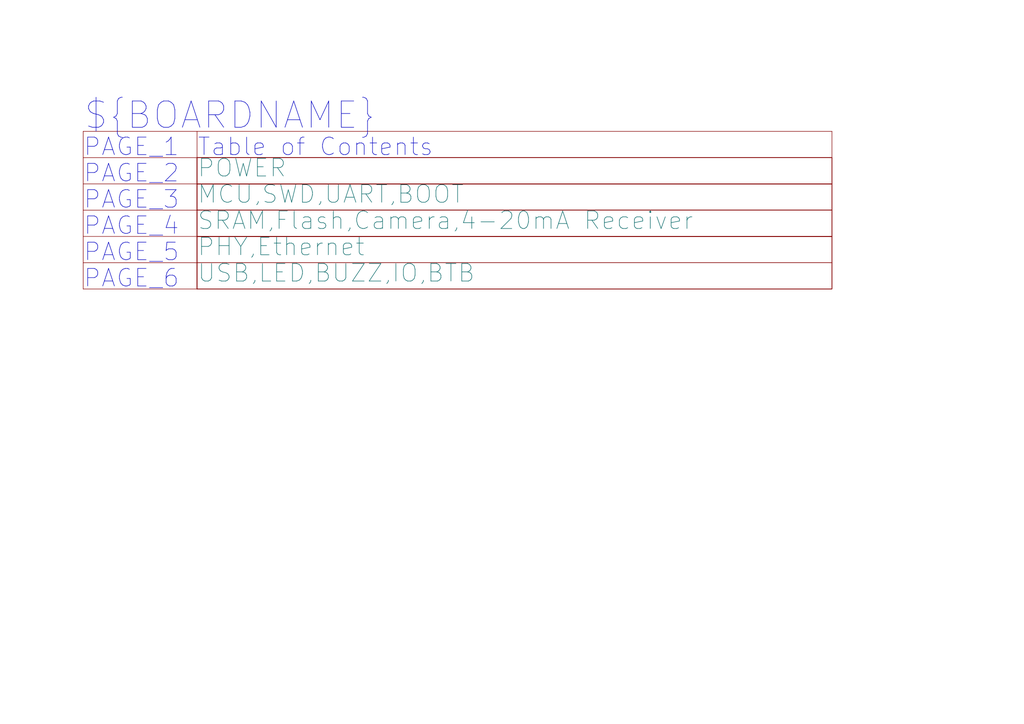
<source format=kicad_sch>
(kicad_sch (version 20211123) (generator eeschema)
  (paper "A4")
  (title_block (title "Table of contents") (date "2022-10-21") (rev "100") (company "A. Chen") (comment 1 "CCTV3_F407ZET_REV100"))
  (lib_symbols)
  (polyline (pts (xy 24.13 45.72) (xy 24.13 53.34)) (stroke (width 0) (type solid) (color 132 0 0 1)))
  (polyline (pts (xy 24.13 53.34) (xy 57.15 53.34)) (stroke (width 0) (type solid) (color 132 0 0 1)))
  (polyline (pts (xy 24.13 68.58) (xy 57.15 68.58)) (stroke (width 0) (type solid) (color 132 0 0 1)))
  (polyline (pts (xy 57.15 38.1) (xy 57.15 45.72)) (stroke (width 0) (type solid) (color 132 0 0 1)))
  (polyline (pts (xy 241.3 38.1) (xy 24.13 38.1)) (stroke (width 0) (type solid) (color 132 0 0 1)))
  (polyline (pts (xy 24.13 60.96) (xy 57.15 60.96)) (stroke (width 0) (type solid) (color 132 0 0 1)))
  (polyline (pts (xy 241.3 45.72) (xy 24.13 45.72)) (stroke (width 0) (type solid) (color 132 0 0 1)))
  (polyline (pts (xy 57.15 60.96) (xy 57.15 68.58)) (stroke (width 0) (type solid) (color 132 0 0 1)))
  (polyline (pts (xy 24.13 76.2) (xy 24.13 83.82)) (stroke (width 0) (type solid) (color 132 0 0 1)))
  (polyline (pts (xy 57.15 53.34) (xy 57.15 60.96)) (stroke (width 0) (type solid) (color 132 0 0 1)))
  (polyline (pts (xy 57.15 76.2) (xy 57.15 83.82)) (stroke (width 0) (type solid) (color 132 0 0 1)))
  (polyline (pts (xy 24.13 38.1) (xy 24.13 45.72)) (stroke (width 0) (type solid) (color 132 0 0 1)))
  (polyline (pts (xy 24.13 83.82) (xy 57.15 83.82)) (stroke (width 0) (type solid) (color 132 0 0 1)))
  (polyline (pts (xy 24.13 60.96) (xy 24.13 68.58)) (stroke (width 0) (type solid) (color 132 0 0 1)))
  (polyline (pts (xy 24.13 68.58) (xy 24.13 76.2)) (stroke (width 0) (type solid) (color 132 0 0 1)))
  (polyline (pts (xy 57.15 45.72) (xy 57.15 53.34)) (stroke (width 0) (type solid) (color 132 0 0 1)))
  (polyline (pts (xy 24.13 76.2) (xy 57.15 76.2)) (stroke (width 0) (type solid) (color 132 0 0 1)))
  (polyline (pts (xy 241.3 38.1) (xy 241.3 45.72)) (stroke (width 0) (type solid) (color 132 0 0 1)))
  (polyline (pts (xy 24.13 53.34) (xy 24.13 60.96)) (stroke (width 0) (type solid) (color 132 0 0 1)))
  (polyline (pts (xy 57.15 68.58) (xy 57.15 76.2)) (stroke (width 0) (type solid) (color 132 0 0 1)))
  (text "PAGE_5" (at 24.13 76.2 0) (effects (font (size 5.08 5.08)) (justify left bottom)))
  (text "PAGE_1" (at 24.13 45.72 0) (effects (font (size 5.08 5.08)) (justify left bottom)))
  (text "PAGE_2" (at 24.13 53.34 0) (effects (font (size 5.08 5.08)) (justify left bottom)))
  (text "PAGE_3" (at 24.13 60.96 0) (effects (font (size 5.08 5.08)) (justify left bottom)))
  (text "${BOARDNAME}" (at 24.13 38.1 0) (effects (font (size 7.62 7.62)) (justify left bottom)))
  (text "Table of Contents" (at 57.15 45.72 0) (effects (font (size 5.08 5.08)) (justify left bottom)))
  (text "PAGE_6" (at 24.13 83.82 0) (effects (font (size 5.08 5.08)) (justify left bottom)))
  (text "PAGE_4" (at 24.13 68.58 0) (effects (font (size 5.08 5.08)) (justify left bottom)))
  (sheet (at 57.15 68.58) (size 184.15 7.62) (stroke (width 0.1524))
    (property "Sheet name" "PHY,Ethernet" (at 57.15 68.58 0) (effects (font (size 5.08 5.08)) (justify left top)))
    (property "Sheet file" "ethernet.kicad_sch" (effects hide))
  )
  (sheet (at 57.15 76.2) (size 184.15 7.62) (stroke (width 0.1524))
    (property "Sheet name" "USB,LED,BUZZ,IO,BTB" (at 57.15 76.2 0) (effects (font (size 5.08 5.08)) (justify left top)))
    (property "Sheet file" "io.kicad_sch" (effects hide))
  )
  (sheet (at 57.15 53.34) (size 184.15 7.62) (stroke (width 0.1524))
    (property "Sheet name" "MCU,SWD,UART,BOOT" (at 57.15 53.34 0) (effects (font (size 5.08 5.08)) (justify left top)))
    (property "Sheet file" "mcu.kicad_sch" (effects hide))
  )
  (sheet (at 57.15 60.96) (size 184.15 7.62) (stroke (width 0.1524))
    (property "Sheet name" "SRAM,Flash,Camera,4-20mA Receiver" (at 57.15 60.96 0) (effects (font (size 5.08 5.08)) (justify left top)))
    (property "Sheet file" "highspeed_peripheral.kicad_sch" (effects hide))
  )
  (sheet (at 57.15 45.72) (size 184.15 7.62) (stroke (width 0.1524))
    (property "Sheet name" "POWER" (at 57.15 45.72 0) (effects (font (size 5.08 5.08)) (justify left top)))
    (property "Sheet file" "power.kicad_sch" (effects hide))
  )
)
</source>
